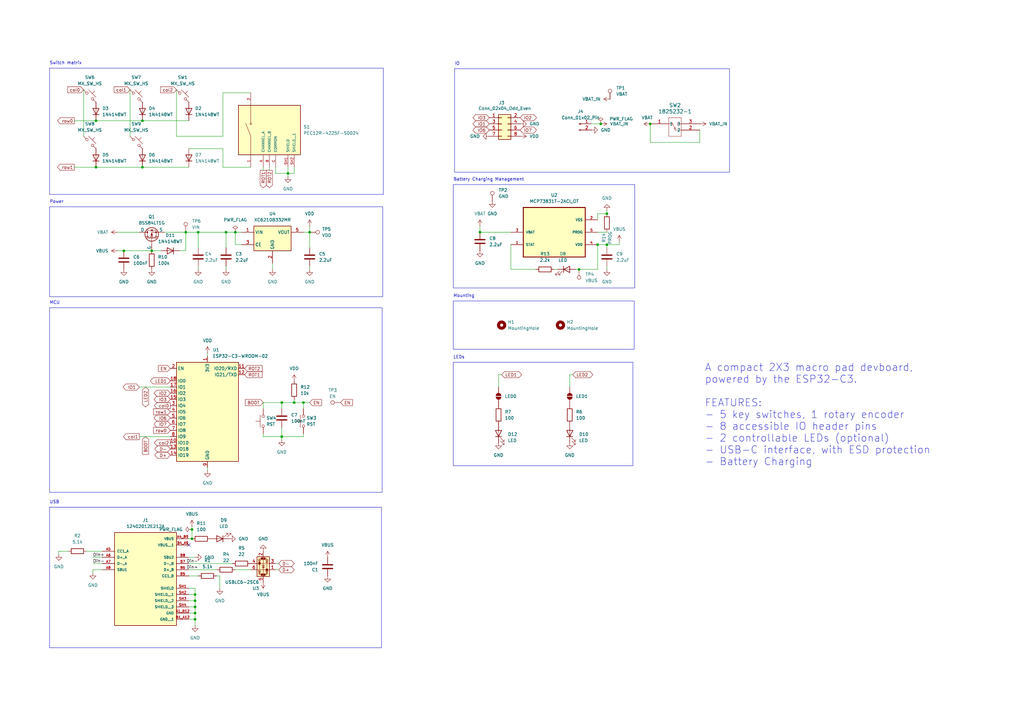
<source format=kicad_sch>
(kicad_sch (version 20250114) (generator "eeschema") (generator_version "9.0")
  (paper "A3")
  (rectangle (start 20.32 126.238) (end 156.718 201.93))
  (rectangle (start 186.436 28.194) (end 299.212 70.612))
  (rectangle (start 185.928 123.444) (end 260.096 143.256))
  (rectangle (start 20.32 84.836) (end 156.972 121.666))
  (rectangle (start 185.928 148.59) (end 259.588 191.008))
  (rectangle (start 20.32 27.94) (end 157.226 79.756))
  (rectangle (start 185.928 75.692) (end 260.35 118.11))
  (rectangle (start 20.32 208.026) (end 156.464 265.684))
  (text "LEDs\n" (at 185.928 147.32 0) (effects (font (size 1.27 1.27)) (justify left bottom)))
  (text "IO" (at 186.436 26.924 0) (effects (font (size 1.27 1.27)) (justify left bottom)))
  (text "Mounting\n" (at 185.928 122.174 0) (effects (font (size 1.27 1.27)) (justify left bottom)))
  (text "A compact 2X3 macro pad devboard, \npowered by the ESP32-C3.\n\nFEATURES:\n- 5 key switches, 1 rotary encoder\n- 8 accessible IO header pins\n- 2 controllable LEDs (optional)\n- USB-C interface, with ESD protection\n- Battery Charging" (at 289.052 170.18 0) (effects (font (size 3 3)) (justify left)))
  (text "USB\n" (at 20.32 206.756 0) (effects (font (size 1.27 1.27)) (justify left bottom)))
  (text "Power\n" (at 20.32 83.566 0) (effects (font (size 1.27 1.27)) (justify left bottom)))
  (text "Switch matrix" (at 20.32 26.67 0) (effects (font (size 1.27 1.27)) (justify left bottom)))
  (text "MCU\n" (at 20.32 124.968 0) (effects (font (size 1.27 1.27)) (justify left bottom)))
  (text "Battery Charging Management" (at 185.928 74.422 0) (effects (font (size 1.27 1.27)) (justify left bottom)))
  (junction (at 80.01 254))
  (junction (at 248.92 87.63))
  (junction (at 92.71 95.25))
  (junction (at 58.42 49.53))
  (junction (at 118.11 71.12))
  (junction (at 120.65 165.1))
  (junction (at 266.7 50.8))
  (junction (at 58.42 68.58))
  (junction (at 80.01 248.92))
  (junction (at 78.74 220.98))
  (junction (at 80.01 243.84))
  (junction (at 50.8 102.87))
  (junction (at 124.46 165.1))
  (junction (at 127 95.25))
  (junction (at 76.2 95.25))
  (junction (at 80.01 251.46))
  (junction (at 80.01 246.38))
  (junction (at 115.57 165.1))
  (junction (at 96.52 95.25))
  (junction (at 62.23 102.87))
  (junction (at 245.11 100.33))
  (junction (at 196.85 95.25))
  (junction (at 39.37 49.53))
  (junction (at 237.49 110.49))
  (junction (at 115.57 179.07))
  (junction (at 78.74 217.17))
  (junction (at 246.38 50.8))
  (junction (at 81.28 95.25))
  (junction (at 39.37 68.58))
  (junction (at 248.92 100.33))
  (no_connect (at 77.47 223.52))
  (wire (pts (xy 113.03 71.12) (xy 118.11 71.12)))
  (wire (pts (xy 91.44 38.1) (xy 91.44 55.88)))
  (wire (pts (xy 77.47 231.14) (xy 95.25 231.14)))
  (wire (pts (xy 196.85 95.25) (xy 209.55 95.25)))
  (wire (pts (xy 111.76 107.95) (xy 111.76 110.49)))
  (wire (pts (xy 90.17 241.3) (xy 90.17 236.22)))
  (wire (pts (xy 85.09 193.04) (xy 85.09 191.77)))
  (wire (pts (xy 196.85 92.71) (xy 196.85 95.25)))
  (wire (pts (xy 77.47 233.68) (xy 88.9 233.68)))
  (wire (pts (xy 34.29 36.83) (xy 34.29 55.88)))
  (wire (pts (xy 115.57 175.26) (xy 115.57 179.07)))
  (wire (pts (xy 120.65 163.83) (xy 120.65 165.1)))
  (wire (pts (xy 115.57 180.34) (xy 115.57 179.07)))
  (wire (pts (xy 96.52 233.68) (xy 102.87 233.68)))
  (wire (pts (xy 48.26 102.87) (xy 50.8 102.87)))
  (wire (pts (xy 81.28 236.22) (xy 77.47 236.22)))
  (wire (pts (xy 57.15 179.07) (xy 69.85 179.07)))
  (wire (pts (xy 209.55 110.49) (xy 219.71 110.49)))
  (wire (pts (xy 107.95 167.64) (xy 107.95 165.1)))
  (wire (pts (xy 77.47 248.92) (xy 80.01 248.92)))
  (wire (pts (xy 248.92 101.6) (xy 248.92 100.33)))
  (wire (pts (xy 30.48 49.53) (xy 39.37 49.53)))
  (wire (pts (xy 237.49 110.49) (xy 245.11 110.49)))
  (wire (pts (xy 77.47 241.3) (xy 80.01 241.3)))
  (wire (pts (xy 120.65 68.58) (xy 120.65 71.12)))
  (wire (pts (xy 81.28 95.25) (xy 81.28 101.6)))
  (wire (pts (xy 90.17 236.22) (xy 88.9 236.22)))
  (wire (pts (xy 85.09 144.78) (xy 85.09 146.05)))
  (wire (pts (xy 50.8 102.87) (xy 62.23 102.87)))
  (wire (pts (xy 81.28 95.25) (xy 92.71 95.25)))
  (wire (pts (xy 110.49 68.58) (xy 110.49 69.85)))
  (wire (pts (xy 107.95 165.1) (xy 115.57 165.1)))
  (wire (pts (xy 76.2 102.87) (xy 73.66 102.87)))
  (wire (pts (xy 127 95.25) (xy 127 101.6)))
  (wire (pts (xy 245.11 95.25) (xy 248.92 95.25)))
  (wire (pts (xy 91.44 55.88) (xy 72.39 55.88)))
  (wire (pts (xy 66.04 102.87) (xy 62.23 102.87)))
  (wire (pts (xy 245.11 90.17) (xy 245.11 87.63)))
  (wire (pts (xy 38.1 234.95) (xy 38.1 233.68)))
  (wire (pts (xy 115.57 167.64) (xy 115.57 165.1)))
  (wire (pts (xy 124.46 165.1) (xy 124.46 167.64)))
  (wire (pts (xy 35.56 226.06) (xy 41.91 226.06)))
  (wire (pts (xy 248.92 86.36) (xy 248.92 87.63)))
  (wire (pts (xy 114.3 231.14) (xy 113.03 231.14)))
  (wire (pts (xy 30.48 68.58) (xy 39.37 68.58)))
  (wire (pts (xy 96.52 100.33) (xy 96.52 95.25)))
  (wire (pts (xy 78.74 217.17) (xy 78.74 220.98)))
  (wire (pts (xy 124.46 165.1) (xy 127 165.1)))
  (wire (pts (xy 233.68 153.67) (xy 234.95 153.67)))
  (wire (pts (xy 237.49 110.49) (xy 236.22 110.49)))
  (wire (pts (xy 80.01 248.92) (xy 80.01 251.46)))
  (wire (pts (xy 118.11 68.58) (xy 118.11 71.12)))
  (wire (pts (xy 245.11 87.63) (xy 248.92 87.63)))
  (wire (pts (xy 107.95 177.8) (xy 107.95 179.07)))
  (wire (pts (xy 67.31 95.25) (xy 76.2 95.25)))
  (wire (pts (xy 80.01 243.84) (xy 80.01 246.38)))
  (wire (pts (xy 118.11 72.39) (xy 118.11 71.12)))
  (wire (pts (xy 77.47 251.46) (xy 80.01 251.46)))
  (wire (pts (xy 114.3 233.68) (xy 113.03 233.68)))
  (wire (pts (xy 228.6 110.49) (xy 227.33 110.49)))
  (wire (pts (xy 58.42 68.58) (xy 77.47 68.58)))
  (wire (pts (xy 91.44 60.96) (xy 91.44 68.58)))
  (wire (pts (xy 24.13 227.33) (xy 24.13 226.06)))
  (wire (pts (xy 266.7 58.42) (xy 266.7 50.8)))
  (wire (pts (xy 80.01 251.46) (xy 80.01 254)))
  (wire (pts (xy 39.37 49.53) (xy 58.42 49.53)))
  (wire (pts (xy 287.02 53.34) (xy 287.02 58.42)))
  (wire (pts (xy 248.92 100.33) (xy 245.11 100.33)))
  (wire (pts (xy 248.92 109.22) (xy 248.92 110.49)))
  (wire (pts (xy 80.01 246.38) (xy 80.01 248.92)))
  (wire (pts (xy 120.65 165.1) (xy 124.46 165.1)))
  (wire (pts (xy 120.65 71.12) (xy 118.11 71.12)))
  (wire (pts (xy 127 109.22) (xy 127 110.49)))
  (wire (pts (xy 57.15 158.75) (xy 69.85 158.75)))
  (wire (pts (xy 76.2 95.25) (xy 81.28 95.25)))
  (wire (pts (xy 77.47 228.6) (xy 80.01 228.6)))
  (wire (pts (xy 124.46 95.25) (xy 127 95.25)))
  (wire (pts (xy 248.92 100.33) (xy 254 100.33)))
  (wire (pts (xy 246.38 50.8) (xy 242.57 50.8)))
  (wire (pts (xy 107.95 69.85) (xy 107.95 68.58)))
  (wire (pts (xy 77.47 254) (xy 80.01 254)))
  (wire (pts (xy 127 92.71) (xy 127 95.25)))
  (wire (pts (xy 233.68 153.67) (xy 233.68 158.75)))
  (wire (pts (xy 204.47 153.67) (xy 205.74 153.67)))
  (wire (pts (xy 113.03 68.58) (xy 113.03 71.12)))
  (wire (pts (xy 96.52 95.25) (xy 99.06 95.25)))
  (wire (pts (xy 107.95 179.07) (xy 115.57 179.07)))
  (wire (pts (xy 81.28 109.22) (xy 81.28 110.49)))
  (wire (pts (xy 102.87 38.1) (xy 91.44 38.1)))
  (wire (pts (xy 72.39 36.83) (xy 72.39 55.88)))
  (wire (pts (xy 91.44 68.58) (xy 102.87 68.58)))
  (wire (pts (xy 99.06 100.33) (xy 96.52 100.33)))
  (wire (pts (xy 24.13 226.06) (xy 27.94 226.06)))
  (wire (pts (xy 115.57 165.1) (xy 120.65 165.1)))
  (wire (pts (xy 53.34 36.83) (xy 53.34 55.88)))
  (wire (pts (xy 92.71 109.22) (xy 92.71 110.49)))
  (wire (pts (xy 78.74 215.9) (xy 78.74 217.17)))
  (wire (pts (xy 209.55 100.33) (xy 209.55 110.49)))
  (wire (pts (xy 77.47 60.96) (xy 91.44 60.96)))
  (wire (pts (xy 254 100.33) (xy 254 99.06)))
  (wire (pts (xy 204.47 153.67) (xy 204.47 158.75)))
  (wire (pts (xy 287.02 58.42) (xy 266.7 58.42)))
  (wire (pts (xy 76.2 102.87) (xy 76.2 95.25)))
  (wire (pts (xy 38.1 228.6) (xy 41.91 228.6)))
  (wire (pts (xy 80.01 254) (xy 80.01 256.54)))
  (wire (pts (xy 38.1 231.14) (xy 41.91 231.14)))
  (wire (pts (xy 124.46 179.07) (xy 124.46 177.8)))
  (wire (pts (xy 115.57 179.07) (xy 124.46 179.07)))
  (wire (pts (xy 78.74 220.98) (xy 77.47 220.98)))
  (wire (pts (xy 39.37 68.58) (xy 58.42 68.58)))
  (wire (pts (xy 92.71 95.25) (xy 92.71 101.6)))
  (wire (pts (xy 77.47 243.84) (xy 80.01 243.84)))
  (wire (pts (xy 77.47 246.38) (xy 80.01 246.38)))
  (wire (pts (xy 80.01 241.3) (xy 80.01 243.84)))
  (wire (pts (xy 245.11 100.33) (xy 245.11 110.49)))
  (wire (pts (xy 38.1 233.68) (xy 41.91 233.68)))
  (wire (pts (xy 92.71 95.25) (xy 96.52 95.25)))
  (wire (pts (xy 48.26 95.25) (xy 57.15 95.25)))
  (wire (pts (xy 58.42 49.53) (xy 77.47 49.53)))
  (label "Din-" (at 38.1 231.14 0))
  (label "Din+" (at 81.28 233.68 180))
  (label "Din+" (at 38.1 228.6 0))
  (label "Din-" (at 81.28 231.14 180))
  (global_label "EN" (shape input) (at 139.7 165.1 0) (property "Intersheetrefs" "${INTERSHEET_REFS}" (effects (hide yes))))
  (global_label "BOOT" (shape input) (at 59.69 179.07 270) (property "Intersheetrefs" "${INTERSHEET_REFS}" (effects (hide yes))))
  (global_label "IO7" (shape bidirectional) (at 69.85 173.99 180) (property "Intersheetrefs" "${INTERSHEET_REFS}" (effects (hide yes))))
  (global_label "col0" (shape output) (at 69.85 166.37 180) (property "Intersheetrefs" "${INTERSHEET_REFS}" (effects (hide yes))))
  (global_label "D-" (shape bidirectional) (at 114.3 231.14 0) (property "Intersheetrefs" "${INTERSHEET_REFS}" (effects (hide yes))))
  (global_label "IO2" (shape bidirectional) (at 69.85 161.29 180) (property "Intersheetrefs" "${INTERSHEET_REFS}" (effects (hide yes))))
  (global_label "col2" (shape input) (at 72.39 36.83 180) (property "Intersheetrefs" "${INTERSHEET_REFS}" (effects (hide yes))))
  (global_label "LED1" (shape bidirectional) (at 69.85 156.21 180) (property "Intersheetrefs" "${INTERSHEET_REFS}" (effects (hide yes))))
  (global_label "col1" (shape input) (at 53.34 36.83 180) (property "Intersheetrefs" "${INTERSHEET_REFS}" (effects (hide yes))))
  (global_label "col2" (shape output) (at 69.85 181.61 180) (property "Intersheetrefs" "${INTERSHEET_REFS}" (effects (hide yes))))
  (global_label "ROT1" (shape input) (at 100.33 153.67 0) (property "Intersheetrefs" "${INTERSHEET_REFS}" (effects (hide yes))))
  (global_label "LED2" (shape bidirectional) (at 59.69 158.75 270) (property "Intersheetrefs" "${INTERSHEET_REFS}" (effects (hide yes))))
  (global_label "LED1" (shape bidirectional) (at 205.74 153.67 0) (property "Intersheetrefs" "${INTERSHEET_REFS}" (effects (hide yes))))
  (global_label "ROT1" (shape output) (at 107.95 69.85 270) (property "Intersheetrefs" "${INTERSHEET_REFS}" (effects (hide yes))))
  (global_label "D+" (shape bidirectional) (at 69.85 186.69 180) (property "Intersheetrefs" "${INTERSHEET_REFS}" (effects (hide yes))))
  (global_label "row0" (shape input) (at 69.85 176.53 180) (property "Intersheetrefs" "${INTERSHEET_REFS}" (effects (hide yes))))
  (global_label "LED2" (shape bidirectional) (at 234.95 153.67 0) (property "Intersheetrefs" "${INTERSHEET_REFS}" (effects (hide yes))))
  (global_label "IO6" (shape bidirectional) (at 69.85 171.45 180) (property "Intersheetrefs" "${INTERSHEET_REFS}" (effects (hide yes))))
  (global_label "IO1" (shape bidirectional) (at 200.66 50.8 180) (property "Intersheetrefs" "${INTERSHEET_REFS}" (effects (hide yes))))
  (global_label "row0" (shape output) (at 30.48 49.53 180) (property "Intersheetrefs" "${INTERSHEET_REFS}" (effects (hide yes))))
  (global_label "col0" (shape input) (at 34.29 36.83 180) (property "Intersheetrefs" "${INTERSHEET_REFS}" (effects (hide yes))))
  (global_label "col1" (shape output) (at 57.15 179.07 180) (property "Intersheetrefs" "${INTERSHEET_REFS}" (effects (hide yes))))
  (global_label "EN" (shape input) (at 69.85 151.13 180) (property "Intersheetrefs" "${INTERSHEET_REFS}" (effects (hide yes))))
  (global_label "row1" (shape input) (at 69.85 168.91 180) (property "Intersheetrefs" "${INTERSHEET_REFS}" (effects (hide yes))))
  (global_label "ROT2" (shape output) (at 110.49 69.85 270) (property "Intersheetrefs" "${INTERSHEET_REFS}" (effects (hide yes))))
  (global_label "IO3" (shape bidirectional) (at 69.85 163.83 180) (property "Intersheetrefs" "${INTERSHEET_REFS}" (effects (hide yes))))
  (global_label "ROT2" (shape input) (at 100.33 151.13 0) (property "Intersheetrefs" "${INTERSHEET_REFS}" (effects (hide yes))))
  (global_label "IO6" (shape bidirectional) (at 200.66 53.34 180) (property "Intersheetrefs" "${INTERSHEET_REFS}" (effects (hide yes))))
  (global_label "IO3" (shape bidirectional) (at 200.66 48.26 180) (property "Intersheetrefs" "${INTERSHEET_REFS}" (effects (hide yes))))
  (global_label "BOOT" (shape input) (at 107.95 165.1 180) (property "Intersheetrefs" "${INTERSHEET_REFS}" (effects (hide yes))))
  (global_label "IO2" (shape bidirectional) (at 213.36 48.26 0) (property "Intersheetrefs" "${INTERSHEET_REFS}" (effects (hide yes))))
  (global_label "D-" (shape bidirectional) (at 69.85 184.15 180) (property "Intersheetrefs" "${INTERSHEET_REFS}" (effects (hide yes))))
  (global_label "D+" (shape bidirectional) (at 114.3 233.68 0) (property "Intersheetrefs" "${INTERSHEET_REFS}" (effects (hide yes))))
  (global_label "row1" (shape output) (at 30.48 68.58 180) (property "Intersheetrefs" "${INTERSHEET_REFS}" (effects (hide yes))))
  (global_label "IO1" (shape bidirectional) (at 57.15 158.75 180) (property "Intersheetrefs" "${INTERSHEET_REFS}" (effects (hide yes))))
  (global_label "EN" (shape input) (at 127 165.1 0) (property "Intersheetrefs" "${INTERSHEET_REFS}" (effects (hide yes))))
  (global_label "IO7" (shape bidirectional) (at 213.36 53.34 0) (property "Intersheetrefs" "${INTERSHEET_REFS}" (effects (hide yes))))
  (symbol (lib_id "Jumper:SolderJumper_2_Open") (at 233.68 162.56 90) (unit 1) (in_bom no)
    (property "Reference" "LED1" (at 236.22 162.5599 90) (effects (justify right)))
    (property "Value" "SolderJumper_2_Open" (effects (hide yes)))
    (property "Footprint" "Jumper:SolderJumper-2_P1.3mm_Open_RoundedPad1.0x1.5mm" (effects (hide yes)))
    (property "Description" "Solder Jumper, 2-pole, open" (effects (hide yes)))
  )
  (symbol (lib_id "PEC12R-4225F-S0024:PEC12R-4225F-S0024") (at 107.95 53.34 90) (unit 1)
    (property "Reference" "S1" (at 124.46 52.0699 90) (effects (justify right)))
    (property "Value" "PEC12R-4225F-S0024" (at 124.46 54.6099 90) (effects (justify right)))
    (property "Footprint" "PEC12R_4225F_S0024:XDCR_PEC12R-4225F-S0024" (effects (hide yes)))
    (property "PARTREV" "07/21" (effects (hide yes)))
    (property "MANUFACTURER" "Bourns" (effects (hide yes)))
    (property "MAXIMUM_PACKAGE_HEIGHT" "20.5mm" (effects (hide yes)))
    (property "STANDARD" "Manufacturer recommendations" (effects (hide yes)))
  )
  (symbol (lib_id "power:+5V") (at 78.74 215.9 0) (unit 1)
    (property "Reference" "#PWR025" (effects (hide yes)))
    (property "Value" "VBUS" (at 78.74 210.82 0))
    (property "Description" "Power symbol creates a global label with name \"+5V\"" (effects (hide yes)))
  )
  (symbol (lib_id "Device:R") (at 82.55 220.98 90) (unit 1)
    (property "Reference" "R11" (at 82.55 214.63 90))
    (property "Value" "100" (at 82.55 217.17 90))
    (property "Footprint" "Resistor_SMD:R_0603_1608Metric_Pad0.98x0.95mm_HandSolder" (effects (hide yes)))
    (property "Description" "Resistor" (effects (hide yes)))
  )
  (symbol (lib_id "Device:R") (at 204.47 170.18 180) (unit 1)
    (property "Reference" "R7" (at 207.01 168.9099 0) (effects (justify right)))
    (property "Value" "100" (at 207.01 171.4499 0) (effects (justify right)))
    (property "Footprint" "Resistor_SMD:R_0603_1608Metric_Pad0.98x0.95mm_HandSolder" (effects (hide yes)))
    (property "Description" "Resistor" (effects (hide yes)))
  )
  (symbol (lib_id "Device:R") (at 62.23 106.68 180) (unit 1)
    (property "Reference" "R10" (at 64.77 105.4099 0) (effects (justify right)))
    (property "Value" "100k" (at 64.77 107.9499 0) (effects (justify right)))
    (property "Footprint" "Resistor_SMD:R_0603_1608Metric_Pad0.98x0.95mm_HandSolder" (effects (hide yes)))
    (property "Description" "Resistor" (effects (hide yes)))
  )
  (symbol (lib_id "Device:LED") (at 233.68 177.8 90) (unit 1)
    (property "Reference" "D10" (at 237.49 178.1174 90) (effects (justify right)))
    (property "Value" "LED" (at 237.49 180.6574 90) (effects (justify right)))
    (property "Footprint" "LED_SMD:LED_0805_2012Metric_Pad1.15x1.40mm_HandSolder" (effects (hide yes)))
    (property "Description" "Light emitting diode" (effects (hide yes)))
    (property "Sim.Pins" "1=K 2=A" (effects (hide yes)))
  )
  (symbol (lib_id "Device:LED") (at 204.47 177.8 90) (unit 1)
    (property "Reference" "D12" (at 208.28 178.1174 90) (effects (justify right)))
    (property "Value" "LED" (at 208.28 180.6574 90) (effects (justify right)))
    (property "Footprint" "LED_SMD:LED_0805_2012Metric_Pad1.15x1.40mm_HandSolder" (effects (hide yes)))
    (property "Description" "Light emitting diode" (effects (hide yes)))
    (property "Sim.Pins" "1=K 2=A" (effects (hide yes)))
  )
  (symbol (lib_id "power:GND") (at 134.366 236.22 0) (unit 1)
    (property "Reference" "#PWR035" (effects (hide yes)))
    (property "Value" "GND" (at 134.366 241.3 0))
    (property "Description" "Power symbol creates a global label with name \"GND\" , ground" (effects (hide yes)))
  )
  (symbol (lib_id "power:GND") (at 93.98 220.98 90) (unit 1)
    (property "Reference" "#PWR024" (effects (hide yes)))
    (property "Value" "GND" (at 97.79 220.9799 90) (effects (justify right)))
    (property "Description" "Power symbol creates a global label with name \"GND\" , ground" (effects (hide yes)))
  )
  (symbol (lib_id "power:+5V") (at 107.95 238.76 180) (unit 1)
    (property "Reference" "#PWR027" (effects (hide yes)))
    (property "Value" "VBUS" (at 107.95 243.84 0))
    (property "Description" "Power symbol creates a global label with name \"+5V\"" (effects (hide yes)))
  )
  (symbol (lib_id "power:GND") (at 201.93 82.55 0) (unit 1)
    (property "Reference" "#PWR037" (effects (hide yes)))
    (property "Value" "GND" (at 201.93 87.63 0))
    (property "Description" "Power symbol creates a global label with name \"GND\" , ground" (effects (hide yes)))
  )
  (symbol (lib_id "power:GND") (at 80.01 256.54 0) (unit 1)
    (property "Reference" "#PWR04" (effects (hide yes)))
    (property "Value" "GND" (at 80.01 261.62 0))
    (property "Description" "Power symbol creates a global label with name \"GND\" , ground" (effects (hide yes)))
  )
  (symbol (lib_id "Simulation_SPICE:PMOS") (at 62.23 97.79 90) (unit 1)
    (property "Reference" "Q1" (at 62.23 88.9 90))
    (property "Value" "BSS84LT1G" (at 62.23 91.44 90))
    (property "Footprint" "Package_TO_SOT_SMD:TSOT-23_HandSoldering" (effects (hide yes)))
    (property "Datasheet" "https://ngspice.sourceforge.io/docs/ngspice-html-manual/manual.xhtml#cha_MOSFETs" (effects (hide yes)))
    (property "Description" "P-MOSFET transistor, drain/source/gate" (effects (hide yes)))
    (property "Sim.Device" "PMOS" (effects (hide yes)))
    (property "Sim.Type" "VDMOS" (effects (hide yes)))
    (property "Sim.Pins" "1=G 2=S 3=D" (effects (hide yes)))
  )
  (symbol (lib_id "Connector:TestPoint") (at 250.19 40.64 0) (unit 1)
    (property "Reference" "TP1" (at 252.73 36.0679 0) (effects (justify left)))
    (property "Value" "VBAT" (at 252.73 38.6079 0) (effects (justify left)))
    (property "Footprint" "TestPoint:TestPoint_Pad_D2.0mm" (effects (hide yes)))
    (property "Description" "test point" (effects (hide yes)))
  )
  (symbol (lib_id "Device:LED") (at 90.17 220.98 180) (unit 1)
    (property "Reference" "D9" (at 91.7575 213.36 0))
    (property "Value" "LED" (at 91.7575 215.9 0))
    (property "Footprint" "LED_SMD:LED_0805_2012Metric_Pad1.15x1.40mm_HandSolder" (effects (hide yes)))
    (property "Description" "Light emitting diode" (effects (hide yes)))
    (property "Sim.Pins" "1=K 2=A" (effects (hide yes)))
  )
  (symbol (lib_id "MCP73831T-2ACI_OT:MCP73831T-2ACI_OT") (at 227.33 97.79 180) (unit 1)
    (property "Reference" "U2" (at 227.33 80.01 0))
    (property "Value" "MCP73831T-2ACI_OT" (at 227.33 82.55 0))
    (property "Footprint" "MCP73831T_2ACI_OT:SOT95P280X145-5N" (effects (hide yes)))
    (property "MPN" "MCP73831T-2ACI/OT" (effects (hide yes)))
    (property "OC_FARNELL" "1332158" (effects (hide yes)))
    (property "OC_NEWARK" "56K7045" (effects (hide yes)))
    (property "SUPPLIER" "Microchip" (effects (hide yes)))
    (property "PACKAGE" "SOT-5" (effects (hide yes)))
  )
  (symbol (lib_id "Device:R") (at 223.52 110.49 270) (unit 1)
    (property "Reference" "R13" (at 223.52 104.14 90))
    (property "Value" "2.2k" (at 223.52 106.68 90))
    (property "Footprint" "Resistor_SMD:R_0603_1608Metric_Pad0.98x0.95mm_HandSolder" (effects (hide yes)))
    (property "Description" "Resistor" (effects (hide yes)))
  )
  (symbol (lib_id "Connector:Conn_01x02_Pin") (at 237.49 50.8 0) (unit 1)
    (property "Reference" "J4" (at 238.125 45.72 0))
    (property "Value" "Conn_01x02_Pin" (at 238.125 48.26 0))
    (property "Footprint" "Connector_JST:JST_PH_S2B-PH-K_1x02_P2.00mm_Horizontal" (effects (hide yes)))
    (property "Description" "Generic connector, single row, 01x02, script generated" (effects (hide yes)))
  )
  (symbol (lib_id "Device:C") (at 50.8 106.68 180) (unit 1)
    (property "Reference" "C6" (at 54.61 105.4099 0) (effects (justify right)))
    (property "Value" "100nF" (at 54.61 107.9499 0) (effects (justify right)))
    (property "Footprint" "Capacitor_SMD:C_0603_1608Metric_Pad1.08x0.95mm_HandSolder" (effects (hide yes)))
    (property "Description" "Unpolarized capacitor" (effects (hide yes)))
  )
  (symbol (lib_id "power:+5V") (at 246.38 50.8 270) (unit 1)
    (property "Reference" "#PWR01" (effects (hide yes)))
    (property "Value" "VBAT_IN" (at 250.19 50.7999 90) (effects (justify left)))
    (property "Description" "Power symbol creates a global label with name \"+5V\"" (effects (hide yes)))
  )
  (symbol (lib_id "power:GND") (at 248.92 86.36 180) (unit 1)
    (property "Reference" "#PWR029" (effects (hide yes)))
    (property "Value" "GND" (at 248.92 81.28 0))
    (property "Description" "Power symbol creates a global label with name \"GND\" , ground" (effects (hide yes)))
  )
  (symbol (lib_id "power:GND") (at 111.76 110.49 0) (unit 1)
    (property "Reference" "#PWR019" (effects (hide yes)))
    (property "Value" "GND" (at 111.76 115.57 0))
    (property "Description" "Power symbol creates a global label with name \"GND\" , ground" (effects (hide yes)))
  )
  (symbol (lib_id "Switch:SW_Push") (at 124.46 172.72 90) (unit 1)
    (property "Reference" "SW3" (at 125.73 171.4499 90) (effects (justify right)))
    (property "Value" "RST" (at 125.73 173.9899 90) (effects (justify right)))
    (property "Footprint" "Button_Switch_SMD:SW_Tactile_SPST_NO_Straight_CK_PTS636Sx25SMTRLFS" (effects (hide yes)))
    (property "Description" "Push button switch, generic, two pins" (effects (hide yes)))
  )
  (symbol (lib_id "power:+5V") (at 254 99.06 0) (unit 1)
    (property "Reference" "#PWR032" (effects (hide yes)))
    (property "Value" "VBUS" (at 254 93.98 0))
    (property "Description" "Power symbol creates a global label with name \"+5V\"" (effects (hide yes)))
  )
  (symbol (lib_id "PCM_marbastlib-mx:MX_SW_HS") (at 36.83 39.37 0) (unit 1)
    (property "Reference" "SW6" (at 36.83 31.75 0))
    (property "Value" "MX_SW_HS" (at 36.83 34.29 0))
    (property "Footprint" "keyswitches:Kailh_socket_MX_optional" (effects (hide yes)))
  )
  (symbol (lib_id "power:GND") (at 81.28 110.49 0) (unit 1)
    (property "Reference" "#PWR016" (effects (hide yes)))
    (property "Value" "GND" (at 81.28 115.57 0))
    (property "Description" "Power symbol creates a global label with name \"GND\" , ground" (effects (hide yes)))
  )
  (symbol (lib_id "Mechanical:MountingHole") (at 205.74 133.35 0) (unit 1) (in_bom no)
    (property "Reference" "H1" (at 208.28 132.0799 0) (effects (justify left)))
    (property "Value" "MountingHole" (at 208.28 134.6199 0) (effects (justify left)))
    (property "Footprint" "MountingHole:MountingHole_2.7mm_M2.5" (effects (hide yes)))
    (property "Description" "Mounting Hole without connection" (effects (hide yes)))
  )
  (symbol (lib_id "Diode:1N4148WT") (at 39.37 64.77 90) (unit 1)
    (property "Reference" "D5" (at 41.91 63.4999 90) (effects (justify right)))
    (property "Value" "1N4148WT" (at 41.91 66.0399 90) (effects (justify right)))
    (property "Footprint" "Diode_SMD:D_SOD-323F" (effects (hide yes)))
    (property "Datasheet" "https://www.diodes.com/assets/Datasheets/ds30396.pdf" (effects (hide yes)))
  )
  (symbol (lib_id "Connector:TestPoint") (at 127 95.25 270) (unit 1)
    (property "Reference" "TP5" (at 132.08 93.9799 90) (effects (justify left)))
    (property "Value" "VDD" (at 132.08 96.5199 90) (effects (justify left)))
    (property "Footprint" "TestPoint:TestPoint_Pad_D2.0mm" (effects (hide yes)))
    (property "Description" "test point" (effects (hide yes)))
  )
  (symbol (lib_id "2025-07-25_23-02-08:OS102011MA1QN1") (at 266.7 50.8 0) (unit 1)
    (property "Reference" "SW2" (at 276.86 43.18 0) (effects (font (size 1.524 1.524))))
    (property "Value" "1825232-1" (at 276.86 45.72 0) (effects (font (size 1.524 1.524))))
    (property "Footprint" "1825232-1:1825232-1_TEC" (effects (hide yes)))
    (property "Datasheet" "OS102011MA1QN1" (effects (hide yes)))
  )
  (symbol (lib_id "power:GND") (at 242.57 53.34 90) (unit 1)
    (property "Reference" "#PWR05" (effects (hide yes)))
    (property "Value" "GND" (at 246.38 53.3399 90) (effects (justify right)))
    (property "Description" "Power symbol creates a global label with name \"GND\" , ground" (effects (hide yes)))
  )
  (symbol (lib_id "Device:R") (at 92.71 233.68 270) (unit 1)
    (property "Reference" "R4" (at 92.71 227.33 90))
    (property "Value" "22" (at 92.71 229.87 90))
    (property "Footprint" "Resistor_SMD:R_0603_1608Metric_Pad0.98x0.95mm_HandSolder" (effects (hide yes)))
    (property "Description" "Resistor" (effects (hide yes)))
  )
  (symbol (lib_id "Device:C") (at 127 105.41 180) (unit 1)
    (property "Reference" "C5" (at 130.81 104.1399 0) (effects (justify right)))
    (property "Value" "2.2uF" (at 130.81 106.6799 0) (effects (justify right)))
    (property "Footprint" "Capacitor_SMD:C_0603_1608Metric_Pad1.08x0.95mm_HandSolder" (effects (hide yes)))
    (property "Description" "Unpolarized capacitor" (effects (hide yes)))
  )
  (symbol (lib_id "Connector:TestPoint") (at 237.49 110.49 180) (unit 1)
    (property "Reference" "TP4" (at 240.03 112.5219 0) (effects (justify right)))
    (property "Value" "VBUS" (at 240.03 115.0619 0) (effects (justify right)))
    (property "Footprint" "TestPoint:TestPoint_Pad_D2.0mm" (effects (hide yes)))
    (property "Description" "test point" (effects (hide yes)))
  )
  (symbol (lib_id "PCM_marbastlib-mx:MX_SW_HS") (at 55.88 58.42 0) (unit 1)
    (property "Reference" "SW9" (at 55.88 50.8 0))
    (property "Value" "MX_SW_HS" (at 55.88 53.34 0))
    (property "Footprint" "keyswitches:Kailh_socket_MX_optional" (effects (hide yes)))
  )
  (symbol (lib_id "Device:C") (at 196.85 99.06 180) (unit 1)
    (property "Reference" "C8" (at 200.66 97.7899 0) (effects (justify right)))
    (property "Value" "2.2uF" (at 200.66 100.3299 0) (effects (justify right)))
    (property "Footprint" "Capacitor_SMD:C_0603_1608Metric_Pad1.08x0.95mm_HandSolder" (effects (hide yes)))
    (property "Description" "Unpolarized capacitor" (effects (hide yes)))
  )
  (symbol (lib_id "PCM_marbastlib-mx:MX_SW_HS") (at 36.83 58.42 0) (unit 1)
    (property "Reference" "SW8" (at 36.83 50.8 0))
    (property "Value" "MX_SW_HS" (at 36.83 53.34 0))
    (property "Footprint" "keyswitches:Kailh_socket_MX_optional" (effects (hide yes)))
  )
  (symbol (lib_id "power:PWR_FLAG") (at 96.52 95.25 0) (unit 1)
    (property "Reference" "#FLG02" (effects (hide yes)))
    (property "Value" "PWR_FLAG" (at 96.52 90.17 0))
    (property "Description" "Special symbol for telling ERC where power comes from" (effects (hide yes)))
  )
  (symbol (lib_id "Device:C") (at 248.92 105.41 0) (unit 1)
    (property "Reference" "C9" (at 252.73 104.1399 0) (effects (justify left)))
    (property "Value" "2.2uF" (at 252.73 106.6799 0) (effects (justify left)))
    (property "Footprint" "Capacitor_SMD:C_0603_1608Metric_Pad1.08x0.95mm_HandSolder" (effects (hide yes)))
    (property "Description" "Unpolarized capacitor" (effects (hide yes)))
  )
  (symbol (lib_id "power:GND") (at 80.01 228.6 90) (unit 1)
    (property "Reference" "#PWR06" (effects (hide yes)))
    (property "Value" "GND" (at 83.82 228.5999 90) (effects (justify right)))
    (property "Description" "Power symbol creates a global label with name \"GND\" , ground" (effects (hide yes)))
  )
  (symbol (lib_id "power:+5V") (at 287.02 50.8 270) (unit 1)
    (property "Reference" "#PWR039" (effects (hide yes)))
    (property "Value" "VBAT_IN" (at 290.83 50.7999 90) (effects (justify left)))
    (property "Description" "Power symbol creates a global label with name \"+5V\"" (effects (hide yes)))
  )
  (symbol (lib_id "Connector:TestPoint") (at 139.7 165.1 90) (unit 1)
    (property "Reference" "TP3" (at 136.398 160.02 90))
    (property "Value" "EN" (at 136.398 162.56 90))
    (property "Footprint" "TestPoint:TestPoint_Pad_D2.0mm" (effects (hide yes)))
    (property "Description" "test point" (effects (hide yes)))
  )
  (symbol (lib_id "power:GND") (at 200.66 55.88 270) (unit 1)
    (property "Reference" "#PWR036" (effects (hide yes)))
    (property "Value" "GND" (at 196.85 55.8799 90) (effects (justify right)))
    (property "Description" "Power symbol creates a global label with name \"GND\" , ground" (effects (hide yes)))
  )
  (symbol (lib_id "power:GND") (at 196.85 102.87 0) (unit 1)
    (property "Reference" "#PWR03" (effects (hide yes)))
    (property "Value" "GND" (at 196.85 107.95 0))
    (property "Description" "Power symbol creates a global label with name \"GND\" , ground" (effects (hide yes)))
  )
  (symbol (lib_id "power:+5V") (at 85.09 144.78 0) (unit 1)
    (property "Reference" "#PWR031" (effects (hide yes)))
    (property "Value" "VDD" (at 85.09 139.7 0))
    (property "Description" "Power symbol creates a global label with name \"+5V\"" (effects (hide yes)))
  )
  (symbol (lib_id "Device:R") (at 85.09 236.22 270) (unit 1)
    (property "Reference" "R1" (at 85.09 229.87 90))
    (property "Value" "5.1k" (at 85.09 232.41 90))
    (property "Footprint" "Resistor_SMD:R_0603_1608Metric_Pad0.98x0.95mm_HandSolder" (effects (hide yes)))
    (property "Description" "Resistor" (effects (hide yes)))
  )
  (symbol (lib_id "power:+5V") (at 48.26 102.87 90) (unit 1)
    (property "Reference" "#PWR012" (effects (hide yes)))
    (property "Value" "VBUS" (at 44.45 102.8699 90) (effects (justify left)))
    (property "Description" "Power symbol creates a global label with name \"+5V\"" (effects (hide yes)))
  )
  (symbol (lib_id "power:GND") (at 62.23 110.49 0) (unit 1)
    (property "Reference" "#PWR017" (effects (hide yes)))
    (property "Value" "GND" (at 62.23 115.57 0))
    (property "Description" "Power symbol creates a global label with name \"GND\" , ground" (effects (hide yes)))
  )
  (symbol (lib_id "Connector:TestPoint") (at 201.93 82.55 0) (unit 1)
    (property "Reference" "TP2" (at 204.47 77.9779 0) (effects (justify left)))
    (property "Value" "GND" (at 204.47 80.5179 0) (effects (justify left)))
    (property "Footprint" "TestPoint:TestPoint_Pad_D2.0mm" (effects (hide yes)))
    (property "Description" "test point" (effects (hide yes)))
  )
  (symbol (lib_id "power:GND") (at 85.09 193.04 0) (mirror y) (unit 1)
    (property "Reference" "#PWR033" (effects (hide yes)))
    (property "Value" "GND" (at 85.09 198.12 0))
  )
  (symbol (lib_id "Diode:1N4148WT") (at 77.47 64.77 90) (unit 1)
    (property "Reference" "D7" (at 80.01 63.4999 90) (effects (justify right)))
    (property "Value" "1N4148WT" (at 80.01 66.0399 90) (effects (justify right)))
    (property "Footprint" "Diode_SMD:D_SOD-323F" (effects (hide yes)))
    (property "Datasheet" "https://www.diodes.com/assets/Datasheets/ds30396.pdf" (effects (hide yes)))
  )
  (symbol (lib_id "12402012E212A:12402012E212A") (at 59.69 231.14 0) (unit 1)
    (property "Reference" "J1" (at 59.69 213.36 0))
    (property "Value" "12402012E212A" (at 59.69 215.9 0))
    (property "Footprint" "12402012E212A:AMPHENOL_12402012E212A" (effects (hide yes)))
    (property "PARTREV" "4" (effects (hide yes)))
    (property "STANDARD" "Manufacturer Recommendations" (effects (hide yes)))
    (property "MAXIMUM_PACKAGE_HEIGHT" "3.26 mm" (effects (hide yes)))
    (property "MANUFACTURER" "Amphenol" (effects (hide yes)))
  )
  (symbol (lib_id "power:+5V") (at 120.65 156.21 0) (unit 1)
    (property "Reference" "#PWR023" (effects (hide yes)))
    (property "Value" "VDD" (at 120.65 151.13 0))
    (property "Description" "Power symbol creates a global label with name \"+5V\"" (effects (hide yes)))
  )
  (symbol (lib_id "power:PWR_FLAG") (at 78.74 217.17 90) (unit 1)
    (property "Reference" "#FLG05" (effects (hide yes)))
    (property "Value" "PWR_FLAG" (at 74.93 217.1699 90) (effects (justify left)))
    (property "Description" "Special symbol for telling ERC where power comes from" (effects (hide yes)))
  )
  (symbol (lib_id "Device:C") (at 115.57 171.45 180) (unit 1)
    (property "Reference" "C7" (at 119.38 170.1799 0) (effects (justify right)))
    (property "Value" "100nF" (at 119.38 172.7199 0) (effects (justify right)))
    (property "Footprint" "Capacitor_SMD:C_0603_1608Metric_Pad1.08x0.95mm_HandSolder" (effects (hide yes)))
    (property "Description" "Unpolarized capacitor" (effects (hide yes)))
  )
  (symbol (lib_id "Device:C") (at 92.71 105.41 180) (unit 1)
    (property "Reference" "C3" (at 96.52 104.1399 0) (effects (justify right)))
    (property "Value" "2.2uF" (at 96.52 106.6799 0) (effects (justify right)))
    (property "Footprint" "Capacitor_SMD:C_0603_1608Metric_Pad1.08x0.95mm_HandSolder" (effects (hide yes)))
    (property "Description" "Unpolarized capacitor" (effects (hide yes)))
  )
  (symbol (lib_id "Device:R") (at 233.68 170.18 180) (unit 1)
    (property "Reference" "R6" (at 236.22 168.9099 0) (effects (justify right)))
    (property "Value" "100" (at 236.22 171.4499 0) (effects (justify right)))
    (property "Footprint" "Resistor_SMD:R_0603_1608Metric_Pad0.98x0.95mm_HandSolder" (effects (hide yes)))
    (property "Description" "Resistor" (effects (hide yes)))
  )
  (symbol (lib_id "Mechanical:MountingHole") (at 229.87 133.35 0) (unit 1) (in_bom no)
    (property "Reference" "H2" (at 232.41 132.0799 0) (effects (justify left)))
    (property "Value" "MountingHole" (at 232.41 134.6199 0) (effects (justify left)))
    (property "Footprint" "MountingHole:MountingHole_2.7mm_M2.5" (effects (hide yes)))
    (property "Description" "Mounting Hole without connection" (effects (hide yes)))
  )
  (symbol (lib_id "power:+5V") (at 48.26 95.25 90) (unit 1)
    (property "Reference" "#PWR011" (effects (hide yes)))
    (property "Value" "VBAT" (at 44.45 95.2499 90) (effects (justify left)))
    (property "Description" "Power symbol creates a global label with name \"+5V\"" (effects (hide yes)))
  )
  (symbol (lib_id "power:GND") (at 233.68 181.61 0) (unit 1)
    (property "Reference" "#PWR014" (effects (hide yes)))
    (property "Value" "GND" (at 233.68 186.69 0))
    (property "Description" "Power symbol creates a global label with name \"GND\" , ground" (effects (hide yes)))
  )
  (symbol (lib_id "Connector:TestPoint") (at 76.2 95.25 0) (unit 1)
    (property "Reference" "TP6" (at 78.74 90.6779 0) (effects (justify left)))
    (property "Value" "VIN" (at 78.74 93.2179 0) (effects (justify left)))
    (property "Footprint" "TestPoint:TestPoint_Pad_D2.0mm" (effects (hide yes)))
    (property "Description" "test point" (effects (hide yes)))
  )
  (symbol (lib_id "power:+5V") (at 213.36 55.88 270) (unit 1)
    (property "Reference" "#PWR08" (effects (hide yes)))
    (property "Value" "VDD" (at 217.17 55.8799 90) (effects (justify left)))
    (property "Description" "Power symbol creates a global label with name \"+5V\"" (effects (hide yes)))
  )
  (symbol (lib_id "power:GND") (at 118.11 72.39 0) (unit 1)
    (property "Reference" "#PWR013" (effects (hide yes)))
    (property "Value" "GND" (at 118.11 77.47 0))
    (property "Description" "Power symbol creates a global label with name \"GND\" , ground" (effects (hide yes)))
  )
  (symbol (lib_id "power:GND") (at 115.57 180.34 0) (mirror y) (unit 1)
    (property "Reference" "#PWR034" (effects (hide yes)))
    (property "Value" "GND" (at 115.57 185.42 0))
  )
  (symbol (lib_id "power:+5V") (at 250.19 40.64 90) (unit 1)
    (property "Reference" "#PWR040" (effects (hide yes)))
    (property "Value" "VBAT_IN" (at 246.38 40.6399 90) (effects (justify left)))
    (property "Description" "Power symbol creates a global label with name \"+5V\"" (effects (hide yes)))
  )
  (symbol (lib_id "Power_Protection:USBLC6-2SC6") (at 107.95 233.68 180) (unit 1)
    (property "Reference" "U3" (at 106.2989 241.3 0) (effects (justify left)))
    (property "Value" "USBLC6-2SC6" (at 106.2989 238.76 0) (effects (justify left)))
    (property "Footprint" "Package_TO_SOT_SMD:SOT-23-6_Handsoldering" (effects (hide yes)))
    (property "Datasheet" "https://www.st.com/resource/en/datasheet/usblc6-2.pdf" (effects (hide yes)))
    (property "Description" "Very low capacitance ESD protection diode, 2 data-line, SOT-23-6" (effects (hide yes)))
  )
  (symbol (lib_id "power:GND") (at 50.8 110.49 0) (unit 1)
    (property "Reference" "#PWR018" (effects (hide yes)))
    (property "Value" "GND" (at 50.8 115.57 0))
    (property "Description" "Power symbol creates a global label with name \"GND\" , ground" (effects (hide yes)))
  )
  (symbol (lib_id "power:+5V") (at 266.7 50.8 90) (unit 1)
    (property "Reference" "#PWR038" (effects (hide yes)))
    (property "Value" "VBAT" (at 265.43 48.26 90))
    (property "Description" "Power symbol creates a global label with name \"+5V\"" (effects (hide yes)))
  )
  (symbol (lib_id "Diode:1N4148WT") (at 58.42 45.72 90) (unit 1)
    (property "Reference" "D4" (at 60.96 44.4499 90) (effects (justify right)))
    (property "Value" "1N4148WT" (at 60.96 46.9899 90) (effects (justify right)))
    (property "Footprint" "Diode_SMD:D_SOD-323F" (effects (hide yes)))
    (property "Datasheet" "https://www.diodes.com/assets/Datasheets/ds30396.pdf" (effects (hide yes)))
  )
  (symbol (lib_id "RF_Module:ESP32-C3-WROOM-02") (at 85.09 168.91 0) (unit 1)
    (property "Reference" "U1" (at 87.2333 143.51 0) (effects (justify left)))
    (property "Value" "ESP32-C3-WROOM-02" (at 87.2333 146.05 0) (effects (justify left)))
    (property "Footprint" "RF_Module:ESP32-C3-WROOM-02" (effects (hide yes)))
    (property "Datasheet" "https://www.espressif.com/sites/default/files/documentation/esp32-c3-wroom-02_datasheet_en.pdf" (effects (hide yes)))
    (property "Description" "802.11 b/g/n Wi­Fi and Bluetooth 5 module, ESP32­C3 SoC, RISC­V microprocessor, On-board antenna" (effects (hide yes)))
  )
  (symbol (lib_id "power:GND") (at 248.92 110.49 0) (unit 1)
    (property "Reference" "#PWR030" (effects (hide yes)))
    (property "Value" "GND" (at 248.92 115.57 0))
    (property "Description" "Power symbol creates a global label with name \"GND\" , ground" (effects (hide yes)))
  )
  (symbol (lib_id "Regulator_Linear:XC6210B332MR") (at 111.76 97.79 0) (unit 1)
    (property "Reference" "U4" (at 111.76 87.63 0))
    (property "Value" "XC6210B332MR" (at 111.76 90.17 0))
    (property "Footprint" "Package_TO_SOT_SMD:SC-74A-5_1.55x2.9mm_P0.95mm" (effects (hide yes)))
    (property "Datasheet" "https://www.torexsemi.com/file/xc6210/XC6210.pdf" (effects (hide yes)))
    (property "Description" "700mA, Low Drop-out Voltage Regulator, Fixed Output 3.3V, SOT-23-5" (effects (hide yes)))
  )
  (symbol (lib_id "Device:R") (at 99.06 231.14 270) (unit 1)
    (property "Reference" "R5" (at 99.06 224.79 90))
    (property "Value" "22" (at 99.06 227.33 90))
    (property "Footprint" "Resistor_SMD:R_0603_1608Metric_Pad0.98x0.95mm_HandSolder" (effects (hide yes)))
    (property "Description" "Resistor" (effects (hide yes)))
  )
  (symbol (lib_id "Device:LED") (at 232.41 110.49 0) (unit 1)
    (property "Reference" "D8" (at 230.8225 104.14 0))
    (property "Value" "LED" (at 230.8225 106.68 0))
    (property "Footprint" "LED_SMD:LED_0805_2012Metric_Pad1.15x1.40mm_HandSolder" (effects (hide yes)))
    (property "Datasheet" "https://mm.digikey.com/Volume0/opasdata/d220001/medias/docus/1134/LTST-C171GKT.pdf" (effects (hide yes)))
    (property "Description" "LTST-C171GKT" (effects (hide yes)))
    (property "Sim.Pins" "1=K 2=A" (effects (hide yes)))
  )
  (symbol (lib_id "Device:C") (at 134.366 232.41 0) (unit 1)
    (property "Reference" "C1" (at 130.556 233.6801 0) (effects (justify right)))
    (property "Value" "100nF" (at 130.556 231.1401 0) (effects (justify right)))
    (property "Footprint" "Capacitor_SMD:C_0603_1608Metric_Pad1.08x0.95mm_HandSolder" (effects (hide yes)))
    (property "Description" "Unpolarized capacitor" (effects (hide yes)))
  )
  (symbol (lib_id "Diode:1N4148WT") (at 69.85 102.87 180) (unit 1)
    (property "Reference" "D11" (at 69.85 96.52 0))
    (property "Value" "1N4148WT" (at 69.85 99.06 0))
    (property "Footprint" "Diode_SMD:D_SOD-323F" (effects (hide yes)))
    (property "Datasheet" "https://www.diodes.com/assets/Datasheets/ds30396.pdf" (effects (hide yes)))
  )
  (symbol (lib_id "power:GND") (at 127 110.49 0) (unit 1)
    (property "Reference" "#PWR021" (effects (hide yes)))
    (property "Value" "GND" (at 127 115.57 0))
    (property "Description" "Power symbol creates a global label with name \"GND\" , ground" (effects (hide yes)))
  )
  (symbol (lib_id "Device:C") (at 81.28 105.41 180) (unit 1)
    (property "Reference" "C4" (at 84.074 104.14 0) (effects (justify right)))
    (property "Value" "2.2uF" (at 84.074 106.68 0) (effects (justify right)))
    (property "Footprint" "Capacitor_SMD:C_0603_1608Metric_Pad1.08x0.95mm_HandSolder" (effects (hide yes)))
    (property "Description" "Unpolarized capacitor" (effects (hide yes)))
  )
  (symbol (lib_id "power:GND") (at 213.36 50.8 90) (unit 1)
    (property "Reference" "#PWR041" (effects (hide yes)))
    (property "Value" "GND" (at 217.17 50.7999 90) (effects (justify right)))
    (property "Description" "Power symbol creates a global label with name \"GND\" , ground" (effects (hide yes)))
  )
  (symbol (lib_id "Jumper:SolderJumper_2_Open") (at 204.47 162.56 90) (unit 1) (in_bom no)
    (property "Reference" "LED0" (at 207.01 162.5599 90) (effects (justify right)))
    (property "Value" "SolderJumper_2_Open" (effects (hide yes)))
    (property "Footprint" "Jumper:SolderJumper-2_P1.3mm_Open_RoundedPad1.0x1.5mm" (effects (hide yes)))
    (property "Description" "Solder Jumper, 2-pole, open" (effects (hide yes)))
  )
  (symbol (lib_id "power:+5V") (at 127 92.71 0) (unit 1)
    (property "Reference" "#PWR020" (effects (hide yes)))
    (property "Value" "VDD" (at 127 87.63 0))
    (property "Description" "Power symbol creates a global label with name \"+5V\"" (effects (hide yes)))
  )
  (symbol (lib_id "power:PWR_FLAG") (at 246.38 50.8 0) (unit 1)
    (property "Reference" "#FLG01" (effects (hide yes)))
    (property "Value" "PWR_FLAG" (at 254.762 48.768 0))
    (property "Description" "Special symbol for telling ERC where power comes from" (effects (hide yes)))
  )
  (symbol (lib_id "Diode:1N4148WT") (at 58.42 64.77 90) (unit 1)
    (property "Reference" "D6" (at 60.96 63.4999 90) (effects (justify right)))
    (property "Value" "1N4148WT" (at 60.96 66.0399 90) (effects (justify right)))
    (property "Footprint" "Diode_SMD:D_SOD-323F" (effects (hide yes)))
    (property "Datasheet" "https://www.diodes.com/assets/Datasheets/ds30396.pdf" (effects (hide yes)))
  )
  (symbol (lib_id "Diode:1N4148WT") (at 39.37 45.72 90) (unit 1)
    (property "Reference" "D3" (at 41.91 44.4499 90) (effects (justify right)))
    (property "Value" "1N4148WT" (at 41.91 46.9899 90) (effects (justify right)))
    (property "Footprint" "Diode_SMD:D_SOD-323F" (effects (hide yes)))
    (property "Datasheet" "https://www.diodes.com/assets/Datasheets/ds30396.pdf" (effects (hide yes)))
  )
  (symbol (lib_id "Device:R") (at 120.65 160.02 0) (unit 1)
    (property "Reference" "R12" (at 123.19 158.7499 0) (effects (justify left)))
    (property "Value" "10k" (at 123.19 161.2899 0) (effects (justify left)))
    (property "Footprint" "Resistor_SMD:R_0603_1608Metric_Pad0.98x0.95mm_HandSolder" (effects (hide yes)))
    (property "Description" "Resistor" (effects (hide yes)))
  )
  (symbol (lib_id "power:GND") (at 204.47 181.61 0) (unit 1)
    (property "Reference" "#PWR015" (effects (hide yes)))
    (property "Value" "GND" (at 204.47 186.69 0))
    (property "Description" "Power symbol creates a global label with name \"GND\" , ground" (effects (hide yes)))
  )
  (symbol (lib_id "Switch:SW_Push") (at 107.95 172.72 90) (unit 1)
    (property "Reference" "SW4" (at 109.22 171.4499 90) (effects (justify right)))
    (property "Value" "RST" (at 109.22 173.9899 90) (effects (justify right)))
    (property "Footprint" "Button_Switch_SMD:SW_Tactile_SPST_NO_Straight_CK_PTS636Sx25SMTRLFS" (effects (hide yes)))
    (property "Description" "Push button switch, generic, two pins" (effects (hide yes)))
  )
  (symbol (lib_id "power:GND") (at 24.13 227.33 0) (unit 1)
    (property "Reference" "#PWR026" (effects (hide yes)))
    (property "Value" "GND" (at 24.13 232.41 0))
    (property "Description" "Power symbol creates a global label with name \"GND\" , ground" (effects (hide yes)))
  )
  (symbol (lib_id "power:GND") (at 90.17 241.3 0) (unit 1)
    (property "Reference" "#PWR022" (effects (hide yes)))
    (property "Value" "GND" (at 90.17 246.38 0))
    (property "Description" "Power symbol creates a global label with name \"GND\" , ground" (effects (hide yes)))
  )
  (symbol (lib_id "PCM_marbastlib-mx:MX_SW_HS") (at 74.93 39.37 0) (unit 1)
    (property "Reference" "SW1" (at 74.93 31.75 0))
    (property "Value" "MX_SW_HS" (at 74.93 34.29 0))
    (property "Footprint" "keyswitches:Kailh_socket_MX_optional" (effects (hide yes)))
  )
  (symbol (lib_id "Device:R") (at 248.92 91.44 180) (unit 1)
    (property "Reference" "R14" (at 247.65 97.536 90))
    (property "Value" "PROG" (at 250.19 97.536 90))
    (property "Footprint" "Resistor_SMD:R_0603_1608Metric_Pad0.98x0.95mm_HandSolder" (effects (hide yes)))
    (property "Description" "Resistor" (effects (hide yes)))
  )
  (symbol (lib_id "power:+5V") (at 134.366 228.6 0) (unit 1)
    (property "Reference" "#PWR02" (effects (hide yes)))
    (property "Value" "VBUS" (at 134.366 223.52 0))
    (property "Description" "Power symbol creates a global label with name \"+5V\"" (effects (hide yes)))
  )
  (symbol (lib_id "Connector_Generic:Conn_02x04_Odd_Even") (at 205.74 50.8 0) (unit 1)
    (property "Reference" "J3" (at 205.74 42.164 0))
    (property "Value" "Conn_02x04_Odd_Even" (at 207.01 44.45 0))
    (property "Footprint" "Connector_PinSocket_2.54mm:PinSocket_2x04_P2.54mm_Vertical" (effects (hide yes)))
    (property "Description" "Generic connector, double row, 02x04, odd/even pin numbering scheme (row 1 odd numbers, row 2 even numbers), script generated (kicad-library-utils/schlib/autogen/connector/)" (effects (hide yes)))
  )
  (symbol (lib_id "power:GND") (at 107.95 226.06 180) (unit 1)
    (property "Reference" "#PWR028" (effects (hide yes)))
    (property "Value" "GND" (at 107.95 220.98 0))
    (property "Description" "Power symbol creates a global label with name \"GND\" , ground" (effects (hide yes)))
  )
  (symbol (lib_id "power:GND") (at 92.71 110.49 0) (unit 1)
    (property "Reference" "#PWR09" (effects (hide yes)))
    (property "Value" "GND" (at 92.71 115.57 0))
    (property "Description" "Power symbol creates a global label with name \"GND\" , ground" (effects (hide yes)))
  )
  (symbol (lib_id "power:GND") (at 38.1 234.95 0) (unit 1)
    (property "Reference" "#PWR07" (effects (hide yes)))
    (property "Value" "GND" (at 38.1 240.03 0))
    (property "Description" "Power symbol creates a global label with name \"GND\" , ground" (effects (hide yes)))
  )
  (symbol (lib_id "Device:R") (at 31.75 226.06 90) (unit 1)
    (property "Reference" "R2" (at 31.75 219.71 90))
    (property "Value" "5.1k" (at 31.75 222.25 90))
    (property "Footprint" "Resistor_SMD:R_0603_1608Metric_Pad0.98x0.95mm_HandSolder" (effects (hide yes)))
    (property "Description" "Resistor" (effects (hide yes)))
  )
  (symbol (lib_id "Diode:1N4148WT") (at 77.47 45.72 90) (unit 1)
    (property "Reference" "D2" (at 80.01 44.4499 90) (effects (justify right)))
    (property "Value" "1N4148WT" (at 80.01 46.9899 90) (effects (justify right)))
    (property "Footprint" "Diode_SMD:D_SOD-323F" (effects (hide yes)))
    (property "Datasheet" "https://www.diodes.com/assets/Datasheets/ds30396.pdf" (effects (hide yes)))
  )
  (symbol (lib_id "power:+5V") (at 196.85 92.71 0) (unit 1)
    (property "Reference" "#PWR010" (effects (hide yes)))
    (property "Value" "VBAT" (at 196.85 87.63 0))
    (property "Description" "Power symbol creates a global label with name \"+5V\"" (effects (hide yes)))
  )
  (symbol (lib_id "PCM_marbastlib-mx:MX_SW_HS") (at 55.88 39.37 0) (unit 1)
    (property "Reference" "SW7" (at 55.88 31.75 0))
    (property "Value" "MX_SW_HS" (at 55.88 34.29 0))
    (property "Footprint" "keyswitches:Kailh_socket_MX_optional" (effects (hide yes)))
  )
)
</source>
